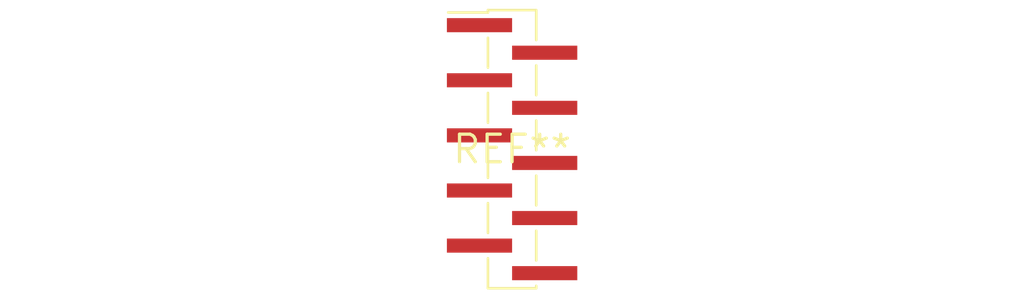
<source format=kicad_pcb>
(kicad_pcb (version 20240108) (generator pcbnew)
  (layers (0 "F.Cu" signal) (31 "B.Cu" signal) (34 "B.Paste" user) (35 "F.Paste" user) (36 "B.SilkS" user "B.Silkscreen") (37 "F.SilkS" user "F.Silkscreen") (38 "B.Mask" user) (39 "F.Mask" user) (44 "Edge.Cuts" user))
  (net 0 "")
  (footprint "PinHeader_1x10_P1.27mm_Vertical_SMD_Pin1Left" (layer "F.Cu") (at 0 0)
    (property "Reference" "REF**")
    (property "Value" "PinHeader_1x10_P1.27mm_Vertical_SMD_Pin1Left")
    (fp_line (start -1.11 -6.41) (end -1.11 -6.3) (layer "F.SilkS") (stroke (width 0.12)))
    (fp_line (start -1.11 -6.41) (end 1.11 -6.41) (layer "F.SilkS") (stroke (width 0.12)))
    (fp_line (start -1.11 -6.3) (end -2.94 -6.3) (layer "F.SilkS") (stroke (width 0.12)))
    (fp_line (start -1.11 -5.13) (end -1.11 -3.76) (layer "F.SilkS") (stroke (width 0.12)))
    (fp_line (start -1.11 -2.59) (end -1.11 -1.22) (layer "F.SilkS") (stroke (width 0.12)))
    (fp_line (start -1.11 -0.05) (end -1.11 1.32) (layer "F.SilkS") (stroke (width 0.12)))
    (fp_line (start -1.11 2.49) (end -1.11 3.86) (layer "F.SilkS") (stroke (width 0.12)))
    (fp_line (start -1.11 5.03) (end -1.11 6.4) (layer "F.SilkS") (stroke (width 0.12)))
    (fp_line (start -1.11 6.41) (end 1.11 6.41) (layer "F.SilkS") (stroke (width 0.12)))
    (fp_line (start 1.11 -6.4) (end 1.11 -5.03) (layer "F.SilkS") (stroke (width 0.12)))
    (fp_line (start 1.11 -3.86) (end 1.11 -2.49) (layer "F.SilkS") (stroke (width 0.12)))
    (fp_line (start 1.11 -1.32) (end 1.11 0.05) (layer "F.SilkS") (stroke (width 0.12)))
    (fp_line (start 1.11 1.22) (end 1.11 2.59) (layer "F.SilkS") (stroke (width 0.12)))
    (fp_line (start 1.11 3.76) (end 1.11 5.13) (layer "F.SilkS") (stroke (width 0.12)))
    (fp_line (start 1.11 6.3) (end 1.11 6.41) (layer "F.SilkS") (stroke (width 0.12)))
    (pad "1" smd rect (at -1.5 -5.715) (size 3 0.65) (layers "F.Cu" "F.Paste" "F.Mask"))
    (pad "2" smd rect (at 1.5 -4.445) (size 3 0.65) (layers "F.Cu" "F.Paste" "F.Mask"))
    (pad "3" smd rect (at -1.5 -3.175) (size 3 0.65) (layers "F.Cu" "F.Paste" "F.Mask"))
    (pad "4" smd rect (at 1.5 -1.905) (size 3 0.65) (layers "F.Cu" "F.Paste" "F.Mask"))
    (pad "5" smd rect (at -1.5 -0.635) (size 3 0.65) (layers "F.Cu" "F.Paste" "F.Mask"))
    (pad "6" smd rect (at 1.5 0.635) (size 3 0.65) (layers "F.Cu" "F.Paste" "F.Mask"))
    (pad "7" smd rect (at -1.5 1.905) (size 3 0.65) (layers "F.Cu" "F.Paste" "F.Mask"))
    (pad "8" smd rect (at 1.5 3.175) (size 3 0.65) (layers "F.Cu" "F.Paste" "F.Mask"))
    (pad "9" smd rect (at -1.5 4.445) (size 3 0.65) (layers "F.Cu" "F.Paste" "F.Mask"))
    (pad "10" smd rect (at 1.5 5.715) (size 3 0.65) (layers "F.Cu" "F.Paste" "F.Mask"))
  )
)
</source>
